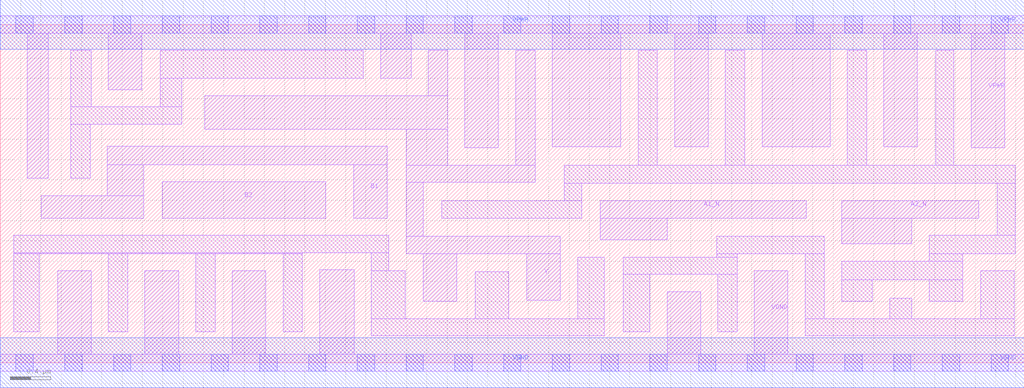
<source format=lef>
# Copyright 2020 The SkyWater PDK Authors
#
# Licensed under the Apache License, Version 2.0 (the "License");
# you may not use this file except in compliance with the License.
# You may obtain a copy of the License at
#
#     https://www.apache.org/licenses/LICENSE-2.0
#
# Unless required by applicable law or agreed to in writing, software
# distributed under the License is distributed on an "AS IS" BASIS,
# WITHOUT WARRANTIES OR CONDITIONS OF ANY KIND, either express or implied.
# See the License for the specific language governing permissions and
# limitations under the License.
#
# SPDX-License-Identifier: Apache-2.0

VERSION 5.7 ;
  NAMESCASESENSITIVE ON ;
  NOWIREEXTENSIONATPIN ON ;
  DIVIDERCHAR "/" ;
  BUSBITCHARS "[]" ;
UNITS
  DATABASE MICRONS 200 ;
END UNITS
MACRO sky130_fd_sc_lp__o2bb2ai_4
  CLASS CORE ;
  SOURCE USER ;
  FOREIGN sky130_fd_sc_lp__o2bb2ai_4 ;
  ORIGIN  0.000000  0.000000 ;
  SIZE  10.08000 BY  3.330000 ;
  SYMMETRY X Y R90 ;
  SITE unit ;
  PIN A1_N
    ANTENNAGATEAREA  1.260000 ;
    DIRECTION INPUT ;
    USE SIGNAL ;
    PORT
      LAYER li1 ;
        RECT 5.905000 1.210000 6.565000 1.425000 ;
        RECT 5.905000 1.425000 7.935000 1.595000 ;
    END
  END A1_N
  PIN A2_N
    ANTENNAGATEAREA  1.260000 ;
    DIRECTION INPUT ;
    USE SIGNAL ;
    PORT
      LAYER li1 ;
        RECT 8.285000 1.170000 8.975000 1.425000 ;
        RECT 8.285000 1.425000 9.635000 1.595000 ;
    END
  END A2_N
  PIN B1
    ANTENNAGATEAREA  1.260000 ;
    DIRECTION INPUT ;
    USE SIGNAL ;
    PORT
      LAYER li1 ;
        RECT 0.405000 1.425000 1.415000 1.645000 ;
        RECT 1.055000 1.645000 1.415000 1.950000 ;
        RECT 1.055000 1.950000 3.810000 2.130000 ;
        RECT 3.480000 1.425000 3.810000 1.950000 ;
    END
  END B1
  PIN B2
    ANTENNAGATEAREA  1.260000 ;
    DIRECTION INPUT ;
    USE SIGNAL ;
    PORT
      LAYER li1 ;
        RECT 1.595000 1.425000 3.205000 1.780000 ;
    END
  END B2
  PIN Y
    ANTENNADIFFAREA  1.965600 ;
    DIRECTION OUTPUT ;
    USE SIGNAL ;
    PORT
      LAYER li1 ;
        RECT 2.015000 2.300000 4.405000 2.630000 ;
        RECT 3.995000 1.075000 5.515000 1.245000 ;
        RECT 3.995000 1.245000 4.165000 1.775000 ;
        RECT 3.995000 1.775000 5.265000 1.945000 ;
        RECT 3.995000 1.945000 4.405000 2.300000 ;
        RECT 4.165000 0.605000 4.495000 1.075000 ;
        RECT 4.215000 2.630000 4.405000 3.075000 ;
        RECT 5.075000 1.945000 5.265000 3.075000 ;
        RECT 5.185000 0.615000 5.515000 1.075000 ;
    END
  END Y
  PIN VGND
    DIRECTION INOUT ;
    USE GROUND ;
    PORT
      LAYER li1 ;
        RECT 0.000000 -0.085000 10.080000 0.085000 ;
        RECT 0.565000  0.085000  0.895000 0.905000 ;
        RECT 1.425000  0.085000  1.755000 0.905000 ;
        RECT 2.285000  0.085000  2.615000 0.905000 ;
        RECT 3.145000  0.085000  3.485000 0.915000 ;
        RECT 6.565000  0.085000  6.895000 0.700000 ;
        RECT 7.425000  0.085000  7.755000 0.905000 ;
      LAYER mcon ;
        RECT 0.155000 -0.085000 0.325000 0.085000 ;
        RECT 0.635000 -0.085000 0.805000 0.085000 ;
        RECT 1.115000 -0.085000 1.285000 0.085000 ;
        RECT 1.595000 -0.085000 1.765000 0.085000 ;
        RECT 2.075000 -0.085000 2.245000 0.085000 ;
        RECT 2.555000 -0.085000 2.725000 0.085000 ;
        RECT 3.035000 -0.085000 3.205000 0.085000 ;
        RECT 3.515000 -0.085000 3.685000 0.085000 ;
        RECT 3.995000 -0.085000 4.165000 0.085000 ;
        RECT 4.475000 -0.085000 4.645000 0.085000 ;
        RECT 4.955000 -0.085000 5.125000 0.085000 ;
        RECT 5.435000 -0.085000 5.605000 0.085000 ;
        RECT 5.915000 -0.085000 6.085000 0.085000 ;
        RECT 6.395000 -0.085000 6.565000 0.085000 ;
        RECT 6.875000 -0.085000 7.045000 0.085000 ;
        RECT 7.355000 -0.085000 7.525000 0.085000 ;
        RECT 7.835000 -0.085000 8.005000 0.085000 ;
        RECT 8.315000 -0.085000 8.485000 0.085000 ;
        RECT 8.795000 -0.085000 8.965000 0.085000 ;
        RECT 9.275000 -0.085000 9.445000 0.085000 ;
        RECT 9.755000 -0.085000 9.925000 0.085000 ;
      LAYER met1 ;
        RECT 0.000000 -0.245000 10.080000 0.245000 ;
    END
  END VGND
  PIN VPWR
    DIRECTION INOUT ;
    USE POWER ;
    PORT
      LAYER li1 ;
        RECT 0.000000 3.245000 10.080000 3.415000 ;
        RECT 0.265000 1.815000  0.475000 3.245000 ;
        RECT 1.065000 2.690000  1.395000 3.245000 ;
        RECT 3.745000 2.800000  4.045000 3.245000 ;
        RECT 4.575000 2.115000  4.905000 3.245000 ;
        RECT 5.435000 2.125000  6.110000 3.245000 ;
        RECT 6.640000 2.125000  6.970000 3.245000 ;
        RECT 7.500000 2.125000  8.170000 3.245000 ;
        RECT 8.700000 2.125000  9.030000 3.245000 ;
        RECT 9.560000 2.115000  9.890000 3.245000 ;
      LAYER mcon ;
        RECT 0.155000 3.245000 0.325000 3.415000 ;
        RECT 0.635000 3.245000 0.805000 3.415000 ;
        RECT 1.115000 3.245000 1.285000 3.415000 ;
        RECT 1.595000 3.245000 1.765000 3.415000 ;
        RECT 2.075000 3.245000 2.245000 3.415000 ;
        RECT 2.555000 3.245000 2.725000 3.415000 ;
        RECT 3.035000 3.245000 3.205000 3.415000 ;
        RECT 3.515000 3.245000 3.685000 3.415000 ;
        RECT 3.995000 3.245000 4.165000 3.415000 ;
        RECT 4.475000 3.245000 4.645000 3.415000 ;
        RECT 4.955000 3.245000 5.125000 3.415000 ;
        RECT 5.435000 3.245000 5.605000 3.415000 ;
        RECT 5.915000 3.245000 6.085000 3.415000 ;
        RECT 6.395000 3.245000 6.565000 3.415000 ;
        RECT 6.875000 3.245000 7.045000 3.415000 ;
        RECT 7.355000 3.245000 7.525000 3.415000 ;
        RECT 7.835000 3.245000 8.005000 3.415000 ;
        RECT 8.315000 3.245000 8.485000 3.415000 ;
        RECT 8.795000 3.245000 8.965000 3.415000 ;
        RECT 9.275000 3.245000 9.445000 3.415000 ;
        RECT 9.755000 3.245000 9.925000 3.415000 ;
      LAYER met1 ;
        RECT 0.000000 3.085000 10.080000 3.575000 ;
    END
  END VPWR
  OBS
    LAYER li1 ;
      RECT 0.135000 0.305000 0.385000 1.075000 ;
      RECT 0.135000 1.075000 2.975000 1.085000 ;
      RECT 0.135000 1.085000 3.825000 1.255000 ;
      RECT 0.695000 1.815000 0.885000 2.350000 ;
      RECT 0.695000 2.350000 1.785000 2.520000 ;
      RECT 0.695000 2.520000 0.895000 3.075000 ;
      RECT 1.065000 0.305000 1.255000 1.075000 ;
      RECT 1.575000 2.520000 1.785000 2.800000 ;
      RECT 1.575000 2.800000 3.575000 3.075000 ;
      RECT 1.925000 0.305000 2.115000 1.075000 ;
      RECT 2.785000 0.305000 2.975000 1.075000 ;
      RECT 3.655000 0.265000 5.945000 0.435000 ;
      RECT 3.655000 0.435000 3.985000 0.905000 ;
      RECT 3.655000 0.905000 3.825000 1.085000 ;
      RECT 4.345000 1.425000 5.725000 1.595000 ;
      RECT 4.675000 0.435000 5.005000 0.895000 ;
      RECT 5.555000 1.595000 5.725000 1.765000 ;
      RECT 5.555000 1.765000 9.995000 1.945000 ;
      RECT 5.685000 0.435000 5.945000 1.040000 ;
      RECT 6.135000 0.305000 6.395000 0.870000 ;
      RECT 6.135000 0.870000 7.255000 1.040000 ;
      RECT 6.280000 1.945000 6.470000 3.075000 ;
      RECT 7.055000 1.040000 7.255000 1.075000 ;
      RECT 7.055000 1.075000 8.115000 1.245000 ;
      RECT 7.065000 0.305000 7.255000 0.870000 ;
      RECT 7.140000 1.945000 7.330000 3.075000 ;
      RECT 7.925000 0.265000 9.985000 0.435000 ;
      RECT 7.925000 0.435000 8.115000 1.075000 ;
      RECT 8.285000 0.605000 8.585000 0.815000 ;
      RECT 8.285000 0.815000 9.475000 1.000000 ;
      RECT 8.340000 1.945000 8.530000 3.075000 ;
      RECT 8.755000 0.435000 8.975000 0.635000 ;
      RECT 9.145000 0.605000 9.475000 0.815000 ;
      RECT 9.145000 1.000000 9.475000 1.075000 ;
      RECT 9.145000 1.075000 9.995000 1.255000 ;
      RECT 9.210000 1.945000 9.390000 3.075000 ;
      RECT 9.655000 0.435000 9.985000 0.905000 ;
      RECT 9.815000 1.255000 9.995000 1.765000 ;
  END
END sky130_fd_sc_lp__o2bb2ai_4

</source>
